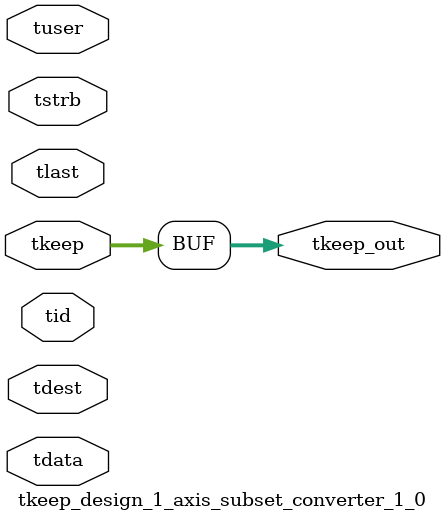
<source format=v>


`timescale 1ps/1ps

module tkeep_design_1_axis_subset_converter_1_0 #
(
parameter C_S_AXIS_TDATA_WIDTH = 32,
parameter C_S_AXIS_TUSER_WIDTH = 0,
parameter C_S_AXIS_TID_WIDTH   = 0,
parameter C_S_AXIS_TDEST_WIDTH = 0,
parameter C_M_AXIS_TDATA_WIDTH = 32
)
(
input  [(C_S_AXIS_TDATA_WIDTH == 0 ? 1 : C_S_AXIS_TDATA_WIDTH)-1:0     ] tdata,
input  [(C_S_AXIS_TUSER_WIDTH == 0 ? 1 : C_S_AXIS_TUSER_WIDTH)-1:0     ] tuser,
input  [(C_S_AXIS_TID_WIDTH   == 0 ? 1 : C_S_AXIS_TID_WIDTH)-1:0       ] tid,
input  [(C_S_AXIS_TDEST_WIDTH == 0 ? 1 : C_S_AXIS_TDEST_WIDTH)-1:0     ] tdest,
input  [(C_S_AXIS_TDATA_WIDTH/8)-1:0 ] tkeep,
input  [(C_S_AXIS_TDATA_WIDTH/8)-1:0 ] tstrb,
input                                                                    tlast,
output [(C_M_AXIS_TDATA_WIDTH/8)-1:0 ] tkeep_out
);

assign tkeep_out = {tkeep[3:0]};

endmodule


</source>
